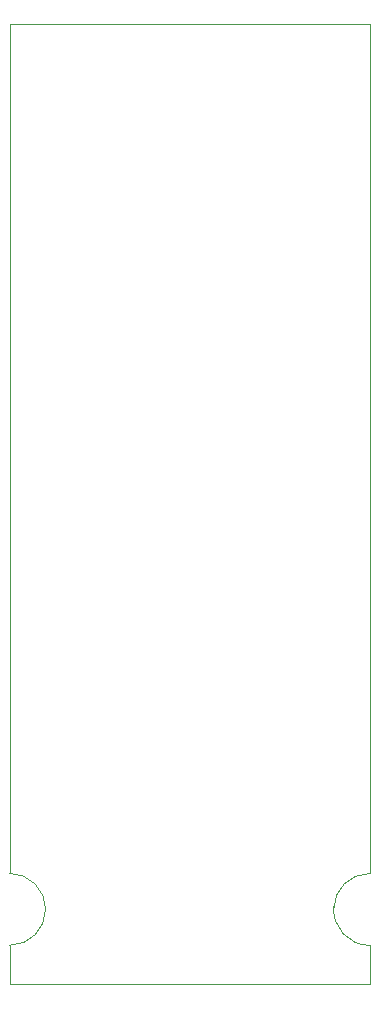
<source format=gko>
%FSLAX46Y46*%
G04 Gerber Fmt 4.6, Leading zero omitted, Abs format (unit mm)*
G04 Created by KiCad (PCBNEW (20140926 BZR5148)-product) date Fri 30 Jan 2015 01:27:10 AM CST*
%MOMM*%
G01*
G04 APERTURE LIST*
%ADD10C,0.100000*%
G04 APERTURE END LIST*
D10*
X137160000Y-121158000D02*
X137160000Y-124460000D01*
X137160000Y-43180000D02*
X137160000Y-115062000D01*
X167640000Y-115062000D02*
X167640000Y-43180000D01*
X167640000Y-124460000D02*
X167640000Y-121158000D01*
X164602529Y-117856877D02*
G75*
G03X167640000Y-121158000I3037471J-253123D01*
G74*
G01*
X167640000Y-115062000D02*
G75*
G03X164592000Y-118110000I0J-3048000D01*
G74*
G01*
X137160000Y-121158000D02*
G75*
G03X140208000Y-118110000I0J3048000D01*
G74*
G01*
X140208000Y-118110000D02*
G75*
G03X137160000Y-115062000I-3048000J0D01*
G74*
G01*
X137160000Y-124460000D02*
X139700000Y-124460000D01*
X167640000Y-124460000D02*
X139700000Y-124460000D01*
X137160000Y-43180000D02*
X167640000Y-43180000D01*
M02*

</source>
